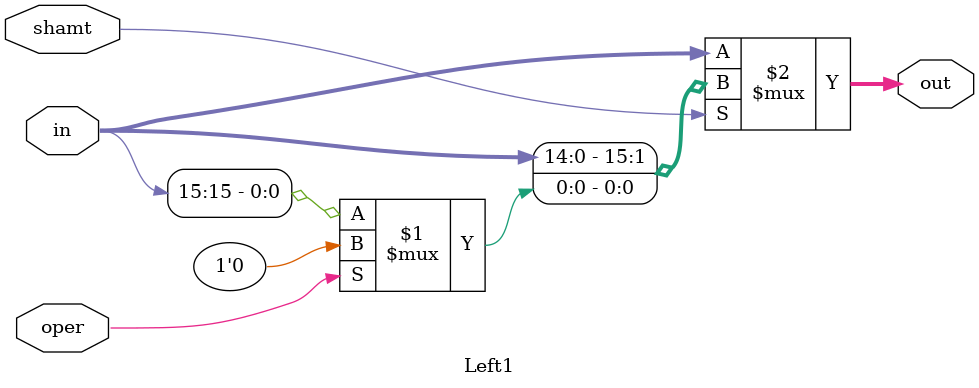
<source format=v>
module Left1 (in, shamt, oper, out);
  input [15:0]in;
  input shamt;
  input oper;
  output [15:0] out;
  assign out = shamt ? {in[14:0], oper ? 1'b0: in[15]}:in;
endmodule

</source>
